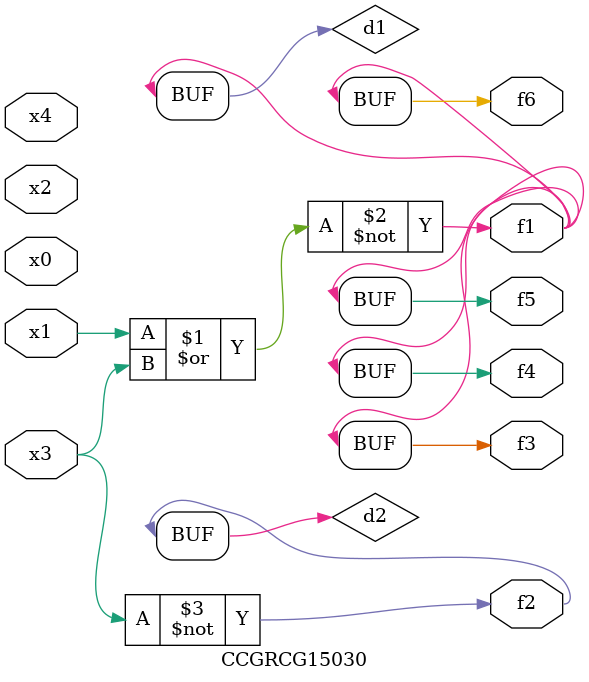
<source format=v>
module CCGRCG15030(
	input x0, x1, x2, x3, x4,
	output f1, f2, f3, f4, f5, f6
);

	wire d1, d2;

	nor (d1, x1, x3);
	not (d2, x3);
	assign f1 = d1;
	assign f2 = d2;
	assign f3 = d1;
	assign f4 = d1;
	assign f5 = d1;
	assign f6 = d1;
endmodule

</source>
